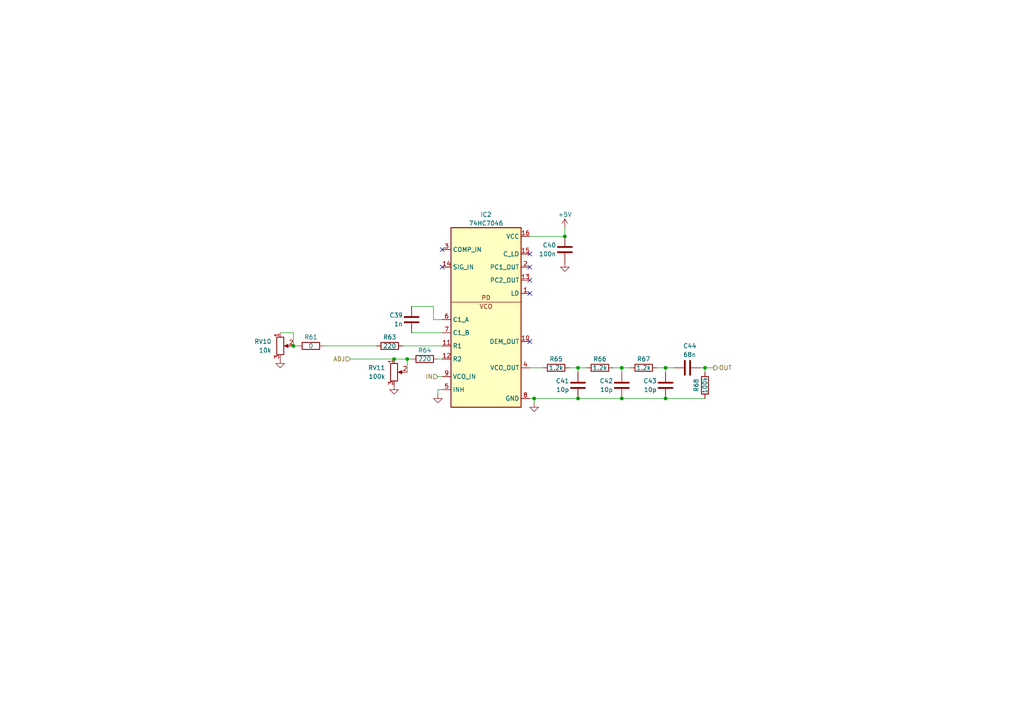
<source format=kicad_sch>
(kicad_sch (version 20230121) (generator eeschema)
  (paper "A4")
  (lib_symbols
    (symbol "Device:C" (pin_numbers hide) (pin_names (offset 0.254))
      (property "Reference" "C" (at 0.635 2.54 0))
      (property "Value" "C" (at 0.635 -2.54 0))
      (symbol "C_0_1"
        (polyline (pts (xy -2.032 -0.762) (xy 2.032 -0.762)) (stroke (width 0.508)))
        (polyline (pts (xy -2.032 0.762) (xy 2.032 0.762)) (stroke (width 0.508)))
      )
      (symbol "C_1_1"
        (pin passive line (at 0 3.81 270) (length 2.794) (name "~") (number "1"))
        (pin passive line (at 0 -3.81 90) (length 2.794) (name "~") (number "2"))
      )
    )
    (symbol "Device:R" (pin_numbers hide) (pin_names (offset 0))
      (property "Reference" "R" (at 2.032 0 90))
      (property "Value" "R" (at 0 0 90))
      (symbol "R_0_1"
        (rectangle (start -1.016 -2.54) (end 1.016 2.54) (stroke (width 0.254)))
      )
      (symbol "R_1_1"
        (pin passive line (at 0 3.81 270) (length 1.27) (name "~") (number "1"))
        (pin passive line (at 0 -3.81 90) (length 1.27) (name "~") (number "2"))
      )
    )
    (symbol "Device:R_Potentiometer" (pin_names (offset 1.016) hide)
      (property "Reference" "RV" (at -4.445 0 90))
      (property "Value" "R_Potentiometer" (at -2.54 0 90))
      (symbol "R_Potentiometer_0_1"
        (polyline (pts (xy 2.54 0) (xy 1.524 0)))
        (polyline (pts (xy 1.143 0) (xy 2.286 0.508) (xy 2.286 -0.508) (xy 1.143 0)) (fill (type outline)))
        (rectangle (start 1.016 2.54) (end -1.016 -2.54) (stroke (width 0.254)))
      )
      (symbol "R_Potentiometer_1_1"
        (pin passive line (at 0 3.81 270) (length 1.27) (name "1") (number "1"))
        (pin passive line (at 3.81 0 180) (length 1.27) (name "2") (number "2"))
        (pin passive line (at 0 -3.81 90) (length 1.27) (name "3") (number "3"))
      )
    )
    (symbol "_My_lib:74HC7064"
      (property "Reference" "IC3" (at 0 2.54 0))
      (property "Value" "74HC7046" (at 0 0 0))
      (symbol "74HC7064_1_1"
        (rectangle (start -10.16 -1.27) (end 10.16 -53.34) (stroke (width 0.3)) (fill (type background)))
        (polyline (pts (xy -10.16 -22.86) (xy 10.16 -22.86)))
        (text "PD\n" (at 0 -21.59 0) (effects (font (size 1.27 1.27))))
        (text "VCO\n" (at 0 -24.13 0) (effects (font (size 1.27 1.27))))
        (pin output line (at 12.7 -20.32 180) (length 2.54) (name "LD") (number "1"))
        (pin output line (at 12.7 -34.29 180) (length 2.54) (name "DEM_OUT") (number "10"))
        (pin input line (at -12.7 -35.56 0) (length 2.54) (name "R1") (number "11"))
        (pin input line (at -12.7 -39.37 0) (length 2.54) (name "R2") (number "12"))
        (pin output line (at 12.7 -16.51 180) (length 2.54) (name "PC2_OUT") (number "13"))
        (pin input line (at -12.7 -12.7 0) (length 2.54) (name "SIG_IN") (number "14"))
        (pin input line (at 12.7 -8.89 180) (length 2.54) (name "C_LD") (number "15"))
        (pin power_in line (at 12.7 -3.81 180) (length 2.54) (name "VCC") (number "16"))
        (pin output line (at 12.7 -12.7 180) (length 2.54) (name "PC1_OUT") (number "2"))
        (pin input line (at -12.7 -7.62 0) (length 2.54) (name "COMP_IN") (number "3"))
        (pin output line (at 12.7 -41.91 180) (length 2.54) (name "VCO_OUT") (number "4"))
        (pin input line (at -12.7 -48.26 0) (length 2.54) (name "INH") (number "5"))
        (pin output line (at -12.7 -27.94 0) (length 2.54) (name "C1_A") (number "6"))
        (pin input line (at -12.7 -31.75 0) (length 2.54) (name "C1_B") (number "7"))
        (pin power_in line (at 12.7 -50.8 180) (length 2.54) (name "GND") (number "8"))
        (pin input line (at -12.7 -44.45 0) (length 2.54) (name "VCO_IN") (number "9"))
      )
    )
    (symbol "power:+5V" (power) (pin_names (offset 0))
      (property "Value" "+5V" (at 0 3.556 0))
      (symbol "+5V_0_1"
        (polyline (pts (xy -0.762 1.27) (xy 0 2.54)))
        (polyline (pts (xy 0 0) (xy 0 2.54)))
        (polyline (pts (xy 0 2.54) (xy 0.762 1.27)))
      )
      (symbol "+5V_1_1"
        (pin power_in line (at 0 0 90) (length 0) hide (name "+5V") (number "1"))
      )
    )
    (symbol "power:GND" (power) (pin_names (offset 0))
      (property "Value" "GND" (at 0 -3.81 0))
      (symbol "GND_0_1"
        (polyline (pts (xy 0 0) (xy 0 -1.27) (xy 1.27 -1.27) (xy 0 -2.54) (xy -1.27 -1.27) (xy 0 -1.27)))
      )
      (symbol "GND_1_1"
        (pin power_in line (at 0 0 270) (length 0) hide (name "GND") (number "1"))
      )
    )
  )
  (junction (at 163.83 68.58))
  (junction (at 180.34 106.68))
  (junction (at 167.64 115.57))
  (junction (at 118.11 104.14))
  (junction (at 193.04 115.57))
  (junction (at 154.94 115.57))
  (junction (at 85.09 100.33))
  (junction (at 193.04 106.68))
  (junction (at 167.64 106.68))
  (junction (at 180.34 115.57))
  (junction (at 204.47 106.68))
  (junction (at 114.3 104.14))
  (no_connect (at 128.27 72.39))
  (no_connect (at 153.67 85.09))
  (no_connect (at 153.67 77.47))
  (no_connect (at 153.67 73.66))
  (no_connect (at 153.67 81.28))
  (no_connect (at 128.27 77.47))
  (no_connect (at 153.67 99.06))
  (wire (pts (xy 127 109.22) (xy 128.27 109.22)))
  (wire (pts (xy 177.8 106.68) (xy 180.34 106.68)))
  (wire (pts (xy 101.6 104.14) (xy 114.3 104.14)))
  (wire (pts (xy 125.73 92.71) (xy 125.73 88.9)))
  (wire (pts (xy 153.67 115.57) (xy 154.94 115.57)))
  (wire (pts (xy 204.47 106.68) (xy 207.01 106.68)))
  (wire (pts (xy 127 104.14) (xy 128.27 104.14)))
  (wire (pts (xy 114.3 104.14) (xy 118.11 104.14)))
  (wire (pts (xy 167.64 106.68) (xy 170.18 106.68)))
  (wire (pts (xy 190.5 106.68) (xy 193.04 106.68)))
  (wire (pts (xy 163.83 68.58) (xy 163.83 66.04)))
  (wire (pts (xy 127 113.03) (xy 127 114.3)))
  (wire (pts (xy 165.1 106.68) (xy 167.64 106.68)))
  (wire (pts (xy 180.34 106.68) (xy 182.88 106.68)))
  (wire (pts (xy 193.04 106.68) (xy 195.58 106.68)))
  (wire (pts (xy 180.34 115.57) (xy 193.04 115.57)))
  (wire (pts (xy 154.94 115.57) (xy 154.94 116.84)))
  (wire (pts (xy 153.67 106.68) (xy 157.48 106.68)))
  (wire (pts (xy 85.09 100.33) (xy 86.36 100.33)))
  (wire (pts (xy 193.04 115.57) (xy 204.47 115.57)))
  (wire (pts (xy 167.64 115.57) (xy 180.34 115.57)))
  (wire (pts (xy 116.84 100.33) (xy 128.27 100.33)))
  (wire (pts (xy 180.34 106.68) (xy 180.34 107.95)))
  (wire (pts (xy 128.27 92.71) (xy 125.73 92.71)))
  (wire (pts (xy 85.09 96.52) (xy 85.09 100.33)))
  (wire (pts (xy 167.64 106.68) (xy 167.64 107.95)))
  (wire (pts (xy 118.11 104.14) (xy 119.38 104.14)))
  (wire (pts (xy 193.04 106.68) (xy 193.04 107.95)))
  (wire (pts (xy 204.47 106.68) (xy 204.47 107.95)))
  (wire (pts (xy 125.73 88.9) (xy 119.38 88.9)))
  (wire (pts (xy 81.28 96.52) (xy 85.09 96.52)))
  (wire (pts (xy 118.11 104.14) (xy 118.11 107.95)))
  (wire (pts (xy 154.94 115.57) (xy 167.64 115.57)))
  (wire (pts (xy 93.98 100.33) (xy 109.22 100.33)))
  (wire (pts (xy 128.27 113.03) (xy 127 113.03)))
  (wire (pts (xy 119.38 96.52) (xy 128.27 96.52)))
  (wire (pts (xy 153.67 68.58) (xy 163.83 68.58)))
  (wire (pts (xy 203.2 106.68) (xy 204.47 106.68)))
  (hierarchical_label "ADJ" (shape input) (at 101.6 104.14 180))
  (hierarchical_label "IN" (shape input) (at 127 109.22 180))
  (hierarchical_label "OUT" (shape output) (at 207.01 106.68 0))
  (symbol (lib_id "Device:R") (at 113.03 100.33 90) (unit 1)
    (property "Reference" "R63" (at 113.03 97.79 90))
    (property "Value" "220" (at 113.03 100.33 90))
    (property "Footprint" "Resistor_SMD:R_1206_3216Metric_Pad1.30x1.75mm_HandSolder" (effects hide))
    (instances (project "QCM_driver" (path "" (reference "R63") (unit 1)) (path "" (reference "R55") (unit 1))))
  )
  (symbol (lib_id "_My_lib:74HC7064") (at 140.97 64.77 0) (unit 1)
    (property "Reference" "IC2" (at 140.97 62.23 0))
    (property "Value" "74HC7046" (at 140.97 64.77 0))
    (property "Footprint" "Package_SO:SOIC-16_3.9x9.9mm_P1.27mm" (effects hide))
    (instances (project "QCM_driver" (path "" (reference "IC2") (unit 1)) (path "" (reference "IC1") (unit 1))))
  )
  (symbol (lib_id "Device:C") (at 180.34 111.76 180) (unit 1)
    (property "Reference" "C42" (at 177.8 110.49 0) (effects (justify left)))
    (property "Value" "10p" (at 177.8 113.03 0) (effects (justify left)))
    (property "Footprint" "Capacitor_SMD:C_1206_3216Metric" (effects hide))
    (instances (project "QCM_driver" (path "" (reference "C42") (unit 1)) (path "" (reference "C36") (unit 1))))
  )
  (symbol (lib_id "Device:R") (at 204.47 111.76 180) (unit 1)
    (property "Reference" "R68" (at 201.93 111.76 90))
    (property "Value" "100k" (at 204.47 111.76 90))
    (property "Footprint" "Resistor_SMD:R_1206_3216Metric_Pad1.30x1.75mm_HandSolder" (effects hide))
    (instances (project "QCM_driver" (path "" (reference "R68") (unit 1)) (path "" (reference "R60") (unit 1))))
  )
  (symbol (lib_id "Device:R") (at 123.19 104.14 90) (unit 1)
    (property "Reference" "R64" (at 123.19 101.6 90))
    (property "Value" "220" (at 123.19 104.14 90))
    (property "Footprint" "Resistor_SMD:R_1206_3216Metric_Pad1.30x1.75mm_HandSolder" (effects hide))
    (instances (project "QCM_driver" (path "" (reference "R64") (unit 1)) (path "" (reference "R56") (unit 1))))
  )
  (symbol (lib_id "Device:C") (at 193.04 111.76 180) (unit 1)
    (property "Reference" "C43" (at 190.5 110.49 0) (effects (justify left)))
    (property "Value" "10p" (at 190.5 113.03 0) (effects (justify left)))
    (property "Footprint" "Capacitor_SMD:C_1206_3216Metric" (effects hide))
    (instances (project "QCM_driver" (path "" (reference "C43") (unit 1)) (path "" (reference "C37") (unit 1))))
  )
  (symbol (lib_id "power:GND") (at 114.3 111.76 0) (unit 1)
    (property "Reference" "#PWR041" (effects hide))
    (property "Value" "GND" (effects hide))
    (instances (project "QCM_driver" (path "" (reference "#PWR041") (unit 1)) (path "" (reference "#PWR035") (unit 1))))
  )
  (symbol (lib_id "Device:R") (at 90.17 100.33 90) (unit 1)
    (property "Reference" "R61" (at 90.17 97.79 90))
    (property "Value" "0" (at 90.17 100.33 90))
    (property "Footprint" "Resistor_SMD:R_1206_3216Metric_Pad1.30x1.75mm_HandSolder" (effects hide))
    (instances (project "QCM_driver" (path "" (reference "R61") (unit 1)) (path "" (reference "R53") (unit 1))))
  )
  (symbol (lib_id "Device:C") (at 199.39 106.68 270) (unit 1)
    (property "Reference" "C44" (at 198.12 100.33 90) (effects (justify left)))
    (property "Value" "68n" (at 198.12 102.87 90) (effects (justify left)))
    (property "Footprint" "Capacitor_SMD:C_1206_3216Metric" (effects hide))
    (instances (project "QCM_driver" (path "" (reference "C44") (unit 1)) (path "" (reference "C38") (unit 1))))
  )
  (symbol (lib_id "power:+5V") (at 163.83 66.04 0) (unit 1)
    (property "Reference" "#PWR044" (effects hide))
    (property "Value" "+5V" (at 163.83 62.23 0))
    (instances (project "QCM_driver" (path "" (reference "#PWR044") (unit 1)) (path "" (reference "#PWR038") (unit 1))))
  )
  (symbol (lib_id "Device:R") (at 173.99 106.68 90) (unit 1)
    (property "Reference" "R66" (at 173.99 104.14 90))
    (property "Value" "1.2k" (at 173.99 106.68 90))
    (property "Footprint" "Resistor_SMD:R_1206_3216Metric_Pad1.30x1.75mm_HandSolder" (effects hide))
    (instances (project "QCM_driver" (path "" (reference "R66") (unit 1)) (path "" (reference "R58") (unit 1))))
  )
  (symbol (lib_id "Device:R_Potentiometer") (at 81.28 100.33 0) (unit 1)
    (property "Reference" "RV10" (at 78.74 99.06 0) (effects (justify right)))
    (property "Value" "10k" (at 78.74 101.6 0) (effects (justify right)))
    (property "Footprint" "Potentiometer_THT:Potentiometer_Bourns_3296Y_Vertical" (effects hide))
    (instances (project "QCM_driver" (path "" (reference "RV10") (unit 1)) (path "" (reference "RV8") (unit 1))))
  )
  (symbol (lib_id "Device:C") (at 119.38 92.71 180) (unit 1)
    (property "Reference" "C39" (at 116.84 91.44 0) (effects (justify left)))
    (property "Value" "1n" (at 116.84 93.98 0) (effects (justify left)))
    (property "Footprint" "Capacitor_SMD:C_1206_3216Metric" (effects hide))
    (instances (project "QCM_driver" (path "" (reference "C39") (unit 1)) (path "" (reference "C33") (unit 1))))
  )
  (symbol (lib_id "power:GND") (at 154.94 116.84 0) (unit 1)
    (property "Reference" "#PWR043" (effects hide))
    (property "Value" "GND" (effects hide))
    (instances (project "QCM_driver" (path "" (reference "#PWR043") (unit 1)) (path "" (reference "#PWR037") (unit 1))))
  )
  (symbol (lib_id "power:GND") (at 163.83 76.2 0) (unit 1)
    (property "Reference" "#PWR045" (effects hide))
    (property "Value" "GND" (effects hide))
    (instances (project "QCM_driver" (path "" (reference "#PWR045") (unit 1)) (path "" (reference "#PWR039") (unit 1))))
  )
  (symbol (lib_id "Device:R") (at 186.69 106.68 90) (unit 1)
    (property "Reference" "R67" (at 186.69 104.14 90))
    (property "Value" "1.2k" (at 186.69 106.68 90))
    (property "Footprint" "Resistor_SMD:R_1206_3216Metric_Pad1.30x1.75mm_HandSolder" (effects hide))
    (instances (project "QCM_driver" (path "" (reference "R67") (unit 1)) (path "" (reference "R59") (unit 1))))
  )
  (symbol (lib_id "power:GND") (at 81.28 104.14 0) (unit 1)
    (property "Reference" "#PWR040" (effects hide))
    (property "Value" "GND" (effects hide))
    (instances (project "QCM_driver" (path "" (reference "#PWR040") (unit 1)) (path "" (reference "#PWR034") (unit 1))))
  )
  (symbol (lib_id "Device:R") (at 161.29 106.68 90) (unit 1)
    (property "Reference" "R65" (at 161.29 104.14 90))
    (property "Value" "1.2k" (at 161.29 106.68 90))
    (property "Footprint" "Resistor_SMD:R_1206_3216Metric_Pad1.30x1.75mm_HandSolder" (effects hide))
    (instances (project "QCM_driver" (path "" (reference "R65") (unit 1)) (path "" (reference "R57") (unit 1))))
  )
  (symbol (lib_id "Device:R_Potentiometer") (at 114.3 107.95 0) (unit 1)
    (property "Reference" "RV11" (at 111.76 106.68 0) (effects (justify right)))
    (property "Value" "100k" (at 111.76 109.22 0) (effects (justify right)))
    (property "Footprint" "Potentiometer_THT:Potentiometer_Bourns_3296Y_Vertical" (effects hide))
    (instances (project "QCM_driver" (path "" (reference "RV11") (unit 1)) (path "" (reference "RV9") (unit 1))))
  )
  (symbol (lib_id "Device:C") (at 163.83 72.39 180) (unit 1)
    (property "Reference" "C40" (at 161.29 71.12 0) (effects (justify left)))
    (property "Value" "100n" (at 161.29 73.66 0) (effects (justify left)))
    (property "Footprint" "Capacitor_SMD:C_1206_3216Metric" (effects hide))
    (instances (project "QCM_driver" (path "" (reference "C40") (unit 1)) (path "" (reference "C34") (unit 1))))
  )
  (symbol (lib_id "power:GND") (at 127 114.3 0) (unit 1)
    (property "Reference" "#PWR042" (effects hide))
    (property "Value" "GND" (effects hide))
    (instances (project "QCM_driver" (path "" (reference "#PWR042") (unit 1)) (path "" (reference "#PWR036") (unit 1))))
  )
  (symbol (lib_id "Device:C") (at 167.64 111.76 180) (unit 1)
    (property "Reference" "C41" (at 165.1 110.49 0) (effects (justify left)))
    (property "Value" "10p" (at 165.1 113.03 0) (effects (justify left)))
    (property "Footprint" "Capacitor_SMD:C_1206_3216Metric" (effects hide))
    (instances (project "QCM_driver" (path "" (reference "C41") (unit 1)) (path "" (reference "C35") (unit 1))))
  )
)
</source>
